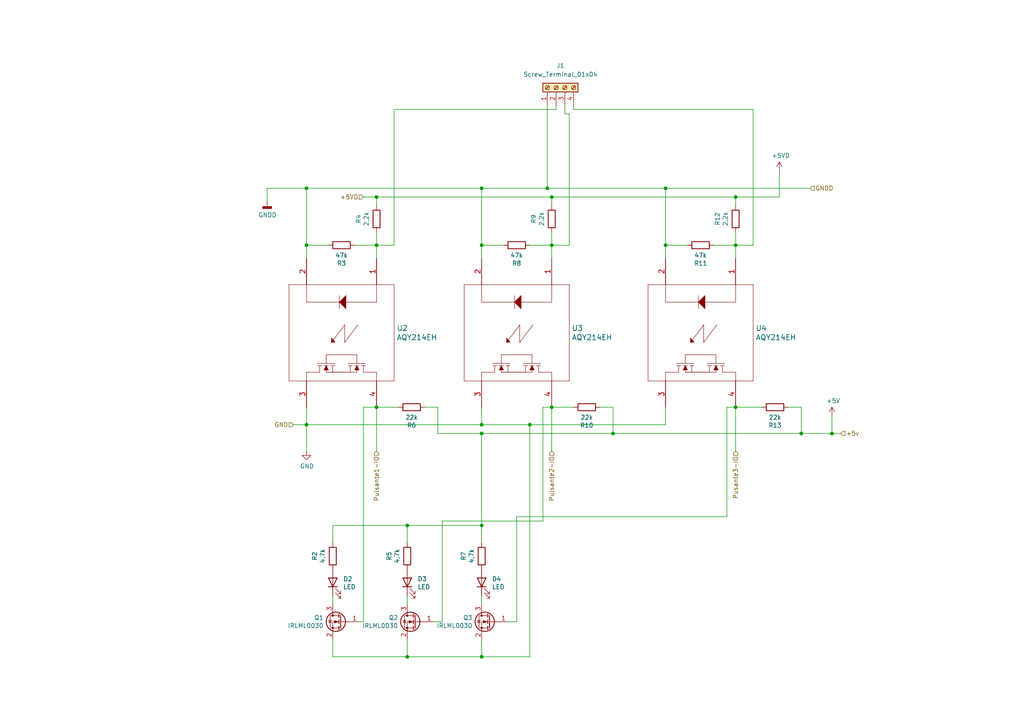
<source format=kicad_sch>
(kicad_sch (version 20211123) (generator eeschema)

  (uuid 88a17e56-466a-45e7-9047-7346a507f505)

  (paper "A4")

  (lib_symbols
    (symbol "AQY210EH:AQY214EH" (pin_names (offset -0.254) hide) (in_bom yes) (on_board yes)
      (property "Reference" "U" (id 0) (at 22.86 10.16 0)
        (effects (font (size 1.524 1.524)))
      )
      (property "Value" "AQY210EH_AQY214EH" (id 1) (at 22.86 7.62 0)
        (effects (font (size 1.524 1.524)))
      )
      (property "Footprint" "PAN_AQY21-DIP4_PAN" (id 2) (at 22.86 6.096 0)
        (effects (font (size 1.524 1.524)) hide)
      )
      (property "Datasheet" "" (id 3) (at 0 0 0)
        (effects (font (size 1.524 1.524)))
      )
      (property "ki_locked" "" (id 4) (at 0 0 0)
        (effects (font (size 1.27 1.27)))
      )
      (property "ki_fp_filters" "PAN_AQY21-DIP4_PAN" (id 5) (at 0 0 0)
        (effects (font (size 1.27 1.27)) hide)
      )
      (symbol "AQY214EH_1_1"
        (polyline
          (pts
            (xy 7.62 -25.4)
            (xy 35.56 -25.4)
          )
          (stroke (width 0.127) (type default) (color 0 0 0 0))
          (fill (type none))
        )
        (polyline
          (pts
            (xy 7.62 5.08)
            (xy 7.62 -25.4)
          )
          (stroke (width 0.127) (type default) (color 0 0 0 0))
          (fill (type none))
        )
        (polyline
          (pts
            (xy 10.795 -10.795)
            (xy 14.605 -10.795)
          )
          (stroke (width 0.127) (type default) (color 0 0 0 0))
          (fill (type none))
        )
        (polyline
          (pts
            (xy 12.7 -20.32)
            (xy 7.62 -20.32)
          )
          (stroke (width 0.127) (type default) (color 0 0 0 0))
          (fill (type none))
        )
        (polyline
          (pts
            (xy 12.7 0)
            (xy 7.62 0)
          )
          (stroke (width 0.127) (type default) (color 0 0 0 0))
          (fill (type none))
        )
        (polyline
          (pts
            (xy 12.7 0)
            (xy 12.7 -20.32)
          )
          (stroke (width 0.127) (type default) (color 0 0 0 0))
          (fill (type none))
        )
        (polyline
          (pts
            (xy 19.304 -9.271)
            (xy 23.876 -12.7)
          )
          (stroke (width 0.127) (type default) (color 0 0 0 0))
          (fill (type none))
        )
        (polyline
          (pts
            (xy 19.304 -5.461)
            (xy 24.384 -9.271)
          )
          (stroke (width 0.127) (type default) (color 0 0 0 0))
          (fill (type none))
        )
        (polyline
          (pts
            (xy 23.749 -9.271)
            (xy 19.304 -9.271)
          )
          (stroke (width 0.127) (type default) (color 0 0 0 0))
          (fill (type none))
        )
        (polyline
          (pts
            (xy 23.749 -9.271)
            (xy 24.384 -9.271)
          )
          (stroke (width 0.127) (type default) (color 0 0 0 0))
          (fill (type none))
        )
        (polyline
          (pts
            (xy 27.94 -14.605)
            (xy 30.48 -14.605)
          )
          (stroke (width 0.127) (type default) (color 0 0 0 0))
          (fill (type none))
        )
        (polyline
          (pts
            (xy 27.94 -5.715)
            (xy 27.94 -14.605)
          )
          (stroke (width 0.127) (type default) (color 0 0 0 0))
          (fill (type none))
        )
        (polyline
          (pts
            (xy 27.94 -5.715)
            (xy 30.48 -5.715)
          )
          (stroke (width 0.127) (type default) (color 0 0 0 0))
          (fill (type none))
        )
        (polyline
          (pts
            (xy 30.48 -12.065)
            (xy 30.48 -17.145)
          )
          (stroke (width 0.127) (type default) (color 0 0 0 0))
          (fill (type none))
        )
        (polyline
          (pts
            (xy 30.48 -3.175)
            (xy 30.48 -8.255)
          )
          (stroke (width 0.127) (type default) (color 0 0 0 0))
          (fill (type none))
        )
        (polyline
          (pts
            (xy 31.115 -16.51)
            (xy 33.02 -16.51)
          )
          (stroke (width 0.127) (type default) (color 0 0 0 0))
          (fill (type none))
        )
        (polyline
          (pts
            (xy 31.115 -15.875)
            (xy 31.115 -17.145)
          )
          (stroke (width 0.127) (type default) (color 0 0 0 0))
          (fill (type none))
        )
        (polyline
          (pts
            (xy 31.115 -14.605)
            (xy 33.02 -14.605)
          )
          (stroke (width 0.127) (type default) (color 0 0 0 0))
          (fill (type none))
        )
        (polyline
          (pts
            (xy 31.115 -13.97)
            (xy 31.115 -15.24)
          )
          (stroke (width 0.127) (type default) (color 0 0 0 0))
          (fill (type none))
        )
        (polyline
          (pts
            (xy 31.115 -13.335)
            (xy 31.115 -12.065)
          )
          (stroke (width 0.127) (type default) (color 0 0 0 0))
          (fill (type none))
        )
        (polyline
          (pts
            (xy 31.115 -12.7)
            (xy 33.02 -12.7)
          )
          (stroke (width 0.127) (type default) (color 0 0 0 0))
          (fill (type none))
        )
        (polyline
          (pts
            (xy 31.115 -7.62)
            (xy 33.02 -7.62)
          )
          (stroke (width 0.127) (type default) (color 0 0 0 0))
          (fill (type none))
        )
        (polyline
          (pts
            (xy 31.115 -6.985)
            (xy 31.115 -8.255)
          )
          (stroke (width 0.127) (type default) (color 0 0 0 0))
          (fill (type none))
        )
        (polyline
          (pts
            (xy 31.115 -6.35)
            (xy 31.115 -5.08)
          )
          (stroke (width 0.127) (type default) (color 0 0 0 0))
          (fill (type none))
        )
        (polyline
          (pts
            (xy 31.115 -5.715)
            (xy 33.02 -5.715)
          )
          (stroke (width 0.127) (type default) (color 0 0 0 0))
          (fill (type none))
        )
        (polyline
          (pts
            (xy 31.115 -4.445)
            (xy 31.115 -3.175)
          )
          (stroke (width 0.127) (type default) (color 0 0 0 0))
          (fill (type none))
        )
        (polyline
          (pts
            (xy 31.115 -3.81)
            (xy 33.02 -3.81)
          )
          (stroke (width 0.127) (type default) (color 0 0 0 0))
          (fill (type none))
        )
        (polyline
          (pts
            (xy 33.02 -20.32)
            (xy 35.56 -20.32)
          )
          (stroke (width 0.127) (type default) (color 0 0 0 0))
          (fill (type none))
        )
        (polyline
          (pts
            (xy 33.02 -16.51)
            (xy 33.02 -20.32)
          )
          (stroke (width 0.127) (type default) (color 0 0 0 0))
          (fill (type none))
        )
        (polyline
          (pts
            (xy 33.02 -14.605)
            (xy 33.02 -10.16)
          )
          (stroke (width 0.127) (type default) (color 0 0 0 0))
          (fill (type none))
        )
        (polyline
          (pts
            (xy 33.02 -10.16)
            (xy 33.02 -14.605)
          )
          (stroke (width 0.127) (type default) (color 0 0 0 0))
          (fill (type none))
        )
        (polyline
          (pts
            (xy 33.02 -10.16)
            (xy 33.02 -5.715)
          )
          (stroke (width 0.127) (type default) (color 0 0 0 0))
          (fill (type none))
        )
        (polyline
          (pts
            (xy 33.02 -7.62)
            (xy 33.02 -11.43)
          )
          (stroke (width 0.127) (type default) (color 0 0 0 0))
          (fill (type none))
        )
        (polyline
          (pts
            (xy 33.02 -3.81)
            (xy 33.02 0)
          )
          (stroke (width 0.127) (type default) (color 0 0 0 0))
          (fill (type none))
        )
        (polyline
          (pts
            (xy 33.02 0)
            (xy 35.56 0)
          )
          (stroke (width 0.127) (type default) (color 0 0 0 0))
          (fill (type none))
        )
        (polyline
          (pts
            (xy 35.56 -25.4)
            (xy 35.56 5.08)
          )
          (stroke (width 0.127) (type default) (color 0 0 0 0))
          (fill (type none))
        )
        (polyline
          (pts
            (xy 35.56 5.08)
            (xy 7.62 5.08)
          )
          (stroke (width 0.127) (type default) (color 0 0 0 0))
          (fill (type none))
        )
        (polyline
          (pts
            (xy 31.115 -14.605)
            (xy 32.385 -13.97)
            (xy 32.385 -15.24)
            (xy 31.115 -14.605)
          )
          (stroke (width 0) (type default) (color 0 0 0 0))
          (fill (type outline))
        )
        (polyline
          (pts
            (xy 31.115 -5.715)
            (xy 32.385 -6.35)
            (xy 32.385 -5.08)
            (xy 31.115 -5.715)
          )
          (stroke (width 0) (type default) (color 0 0 0 0))
          (fill (type outline))
        )
        (polyline
          (pts
            (xy 14.605 -8.89)
            (xy 10.795 -8.89)
            (xy 12.7 -10.795)
            (xy 14.605 -8.89)
            (xy 14.605 -8.89)
          )
          (stroke (width 0) (type default) (color 0 0 0 0))
          (fill (type outline))
        )
        (polyline
          (pts
            (xy 24.384 -13.081)
            (xy 23.114 -13.081)
            (xy 24.257 -12.065)
            (xy 24.384 -13.081)
            (xy 24.384 -13.081)
          )
          (stroke (width 0) (type default) (color 0 0 0 0))
          (fill (type outline))
        )
        (pin unspecified line (at 0 0 0) (length 7.62)
          (name "1" (effects (font (size 1.4986 1.4986))))
          (number "1" (effects (font (size 1.4986 1.4986))))
        )
        (pin unspecified line (at 0 -20.32 0) (length 7.62)
          (name "2" (effects (font (size 1.4986 1.4986))))
          (number "2" (effects (font (size 1.4986 1.4986))))
        )
        (pin unspecified line (at 43.18 -20.32 180) (length 7.62)
          (name "3" (effects (font (size 1.4986 1.4986))))
          (number "3" (effects (font (size 1.4986 1.4986))))
        )
        (pin unspecified line (at 43.18 0 180) (length 7.62)
          (name "4" (effects (font (size 1.4986 1.4986))))
          (number "4" (effects (font (size 1.4986 1.4986))))
        )
      )
    )
    (symbol "Connector:Screw_Terminal_01x04" (pin_names (offset 1.016) hide) (in_bom yes) (on_board yes)
      (property "Reference" "J" (id 0) (at 0 5.08 0)
        (effects (font (size 1.27 1.27)))
      )
      (property "Value" "Screw_Terminal_01x04" (id 1) (at 0 -7.62 0)
        (effects (font (size 1.27 1.27)))
      )
      (property "Footprint" "" (id 2) (at 0 0 0)
        (effects (font (size 1.27 1.27)) hide)
      )
      (property "Datasheet" "~" (id 3) (at 0 0 0)
        (effects (font (size 1.27 1.27)) hide)
      )
      (property "ki_keywords" "screw terminal" (id 4) (at 0 0 0)
        (effects (font (size 1.27 1.27)) hide)
      )
      (property "ki_description" "Generic screw terminal, single row, 01x04, script generated (kicad-library-utils/schlib/autogen/connector/)" (id 5) (at 0 0 0)
        (effects (font (size 1.27 1.27)) hide)
      )
      (property "ki_fp_filters" "TerminalBlock*:*" (id 6) (at 0 0 0)
        (effects (font (size 1.27 1.27)) hide)
      )
      (symbol "Screw_Terminal_01x04_1_1"
        (rectangle (start -1.27 3.81) (end 1.27 -6.35)
          (stroke (width 0.254) (type default) (color 0 0 0 0))
          (fill (type background))
        )
        (circle (center 0 -5.08) (radius 0.635)
          (stroke (width 0.1524) (type default) (color 0 0 0 0))
          (fill (type none))
        )
        (circle (center 0 -2.54) (radius 0.635)
          (stroke (width 0.1524) (type default) (color 0 0 0 0))
          (fill (type none))
        )
        (polyline
          (pts
            (xy -0.5334 -4.7498)
            (xy 0.3302 -5.588)
          )
          (stroke (width 0.1524) (type default) (color 0 0 0 0))
          (fill (type none))
        )
        (polyline
          (pts
            (xy -0.5334 -2.2098)
            (xy 0.3302 -3.048)
          )
          (stroke (width 0.1524) (type default) (color 0 0 0 0))
          (fill (type none))
        )
        (polyline
          (pts
            (xy -0.5334 0.3302)
            (xy 0.3302 -0.508)
          )
          (stroke (width 0.1524) (type default) (color 0 0 0 0))
          (fill (type none))
        )
        (polyline
          (pts
            (xy -0.5334 2.8702)
            (xy 0.3302 2.032)
          )
          (stroke (width 0.1524) (type default) (color 0 0 0 0))
          (fill (type none))
        )
        (polyline
          (pts
            (xy -0.3556 -4.572)
            (xy 0.508 -5.4102)
          )
          (stroke (width 0.1524) (type default) (color 0 0 0 0))
          (fill (type none))
        )
        (polyline
          (pts
            (xy -0.3556 -2.032)
            (xy 0.508 -2.8702)
          )
          (stroke (width 0.1524) (type default) (color 0 0 0 0))
          (fill (type none))
        )
        (polyline
          (pts
            (xy -0.3556 0.508)
            (xy 0.508 -0.3302)
          )
          (stroke (width 0.1524) (type default) (color 0 0 0 0))
          (fill (type none))
        )
        (polyline
          (pts
            (xy -0.3556 3.048)
            (xy 0.508 2.2098)
          )
          (stroke (width 0.1524) (type default) (color 0 0 0 0))
          (fill (type none))
        )
        (circle (center 0 0) (radius 0.635)
          (stroke (width 0.1524) (type default) (color 0 0 0 0))
          (fill (type none))
        )
        (circle (center 0 2.54) (radius 0.635)
          (stroke (width 0.1524) (type default) (color 0 0 0 0))
          (fill (type none))
        )
        (pin passive line (at -5.08 2.54 0) (length 3.81)
          (name "Pin_1" (effects (font (size 1.27 1.27))))
          (number "1" (effects (font (size 1.27 1.27))))
        )
        (pin passive line (at -5.08 0 0) (length 3.81)
          (name "Pin_2" (effects (font (size 1.27 1.27))))
          (number "2" (effects (font (size 1.27 1.27))))
        )
        (pin passive line (at -5.08 -2.54 0) (length 3.81)
          (name "Pin_3" (effects (font (size 1.27 1.27))))
          (number "3" (effects (font (size 1.27 1.27))))
        )
        (pin passive line (at -5.08 -5.08 0) (length 3.81)
          (name "Pin_4" (effects (font (size 1.27 1.27))))
          (number "4" (effects (font (size 1.27 1.27))))
        )
      )
    )
    (symbol "Device:LED" (pin_numbers hide) (pin_names (offset 1.016) hide) (in_bom yes) (on_board yes)
      (property "Reference" "D" (id 0) (at 0 2.54 0)
        (effects (font (size 1.27 1.27)))
      )
      (property "Value" "LED" (id 1) (at 0 -2.54 0)
        (effects (font (size 1.27 1.27)))
      )
      (property "Footprint" "" (id 2) (at 0 0 0)
        (effects (font (size 1.27 1.27)) hide)
      )
      (property "Datasheet" "~" (id 3) (at 0 0 0)
        (effects (font (size 1.27 1.27)) hide)
      )
      (property "ki_keywords" "LED diode" (id 4) (at 0 0 0)
        (effects (font (size 1.27 1.27)) hide)
      )
      (property "ki_description" "Light emitting diode" (id 5) (at 0 0 0)
        (effects (font (size 1.27 1.27)) hide)
      )
      (property "ki_fp_filters" "LED* LED_SMD:* LED_THT:*" (id 6) (at 0 0 0)
        (effects (font (size 1.27 1.27)) hide)
      )
      (symbol "LED_0_1"
        (polyline
          (pts
            (xy -1.27 -1.27)
            (xy -1.27 1.27)
          )
          (stroke (width 0.254) (type default) (color 0 0 0 0))
          (fill (type none))
        )
        (polyline
          (pts
            (xy -1.27 0)
            (xy 1.27 0)
          )
          (stroke (width 0) (type default) (color 0 0 0 0))
          (fill (type none))
        )
        (polyline
          (pts
            (xy 1.27 -1.27)
            (xy 1.27 1.27)
            (xy -1.27 0)
            (xy 1.27 -1.27)
          )
          (stroke (width 0.254) (type default) (color 0 0 0 0))
          (fill (type none))
        )
        (polyline
          (pts
            (xy -3.048 -0.762)
            (xy -4.572 -2.286)
            (xy -3.81 -2.286)
            (xy -4.572 -2.286)
            (xy -4.572 -1.524)
          )
          (stroke (width 0) (type default) (color 0 0 0 0))
          (fill (type none))
        )
        (polyline
          (pts
            (xy -1.778 -0.762)
            (xy -3.302 -2.286)
            (xy -2.54 -2.286)
            (xy -3.302 -2.286)
            (xy -3.302 -1.524)
          )
          (stroke (width 0) (type default) (color 0 0 0 0))
          (fill (type none))
        )
      )
      (symbol "LED_1_1"
        (pin passive line (at -3.81 0 0) (length 2.54)
          (name "K" (effects (font (size 1.27 1.27))))
          (number "1" (effects (font (size 1.27 1.27))))
        )
        (pin passive line (at 3.81 0 180) (length 2.54)
          (name "A" (effects (font (size 1.27 1.27))))
          (number "2" (effects (font (size 1.27 1.27))))
        )
      )
    )
    (symbol "Device:R" (pin_numbers hide) (pin_names (offset 0)) (in_bom yes) (on_board yes)
      (property "Reference" "R" (id 0) (at 2.032 0 90)
        (effects (font (size 1.27 1.27)))
      )
      (property "Value" "R" (id 1) (at 0 0 90)
        (effects (font (size 1.27 1.27)))
      )
      (property "Footprint" "" (id 2) (at -1.778 0 90)
        (effects (font (size 1.27 1.27)) hide)
      )
      (property "Datasheet" "~" (id 3) (at 0 0 0)
        (effects (font (size 1.27 1.27)) hide)
      )
      (property "ki_keywords" "R res resistor" (id 4) (at 0 0 0)
        (effects (font (size 1.27 1.27)) hide)
      )
      (property "ki_description" "Resistor" (id 5) (at 0 0 0)
        (effects (font (size 1.27 1.27)) hide)
      )
      (property "ki_fp_filters" "R_*" (id 6) (at 0 0 0)
        (effects (font (size 1.27 1.27)) hide)
      )
      (symbol "R_0_1"
        (rectangle (start -1.016 -2.54) (end 1.016 2.54)
          (stroke (width 0.254) (type default) (color 0 0 0 0))
          (fill (type none))
        )
      )
      (symbol "R_1_1"
        (pin passive line (at 0 3.81 270) (length 1.27)
          (name "~" (effects (font (size 1.27 1.27))))
          (number "1" (effects (font (size 1.27 1.27))))
        )
        (pin passive line (at 0 -3.81 90) (length 1.27)
          (name "~" (effects (font (size 1.27 1.27))))
          (number "2" (effects (font (size 1.27 1.27))))
        )
      )
    )
    (symbol "Transistor_FET:IRLML0030" (pin_names hide) (in_bom yes) (on_board yes)
      (property "Reference" "Q" (id 0) (at 5.08 1.905 0)
        (effects (font (size 1.27 1.27)) (justify left))
      )
      (property "Value" "IRLML0030" (id 1) (at 5.08 0 0)
        (effects (font (size 1.27 1.27)) (justify left))
      )
      (property "Footprint" "Package_TO_SOT_SMD:SOT-23" (id 2) (at 5.08 -1.905 0)
        (effects (font (size 1.27 1.27) italic) (justify left) hide)
      )
      (property "Datasheet" "https://www.infineon.com/dgdl/irlml0030pbf.pdf?fileId=5546d462533600a401535664773825df" (id 3) (at 0 0 0)
        (effects (font (size 1.27 1.27)) (justify left) hide)
      )
      (property "ki_keywords" "N-Channel HEXFET MOSFET Logic-Level" (id 4) (at 0 0 0)
        (effects (font (size 1.27 1.27)) hide)
      )
      (property "ki_description" "5.3A Id, 30V Vds, 27mOhm Rds, N-Channel HEXFET Power MOSFET, SOT-23" (id 5) (at 0 0 0)
        (effects (font (size 1.27 1.27)) hide)
      )
      (property "ki_fp_filters" "SOT?23*" (id 6) (at 0 0 0)
        (effects (font (size 1.27 1.27)) hide)
      )
      (symbol "IRLML0030_0_1"
        (polyline
          (pts
            (xy 0.254 0)
            (xy -2.54 0)
          )
          (stroke (width 0) (type default) (color 0 0 0 0))
          (fill (type none))
        )
        (polyline
          (pts
            (xy 0.254 1.905)
            (xy 0.254 -1.905)
          )
          (stroke (width 0.254) (type default) (color 0 0 0 0))
          (fill (type none))
        )
        (polyline
          (pts
            (xy 0.762 -1.27)
            (xy 0.762 -2.286)
          )
          (stroke (width 0.254) (type default) (color 0 0 0 0))
          (fill (type none))
        )
        (polyline
          (pts
            (xy 0.762 0.508)
            (xy 0.762 -0.508)
          )
          (stroke (width 0.254) (type default) (color 0 0 0 0))
          (fill (type none))
        )
        (polyline
          (pts
            (xy 0.762 2.286)
            (xy 0.762 1.27)
          )
          (stroke (width 0.254) (type default) (color 0 0 0 0))
          (fill (type none))
        )
        (polyline
          (pts
            (xy 2.54 2.54)
            (xy 2.54 1.778)
          )
          (stroke (width 0) (type default) (color 0 0 0 0))
          (fill (type none))
        )
        (polyline
          (pts
            (xy 2.54 -2.54)
            (xy 2.54 0)
            (xy 0.762 0)
          )
          (stroke (width 0) (type default) (color 0 0 0 0))
          (fill (type none))
        )
        (polyline
          (pts
            (xy 0.762 -1.778)
            (xy 3.302 -1.778)
            (xy 3.302 1.778)
            (xy 0.762 1.778)
          )
          (stroke (width 0) (type default) (color 0 0 0 0))
          (fill (type none))
        )
        (polyline
          (pts
            (xy 1.016 0)
            (xy 2.032 0.381)
            (xy 2.032 -0.381)
            (xy 1.016 0)
          )
          (stroke (width 0) (type default) (color 0 0 0 0))
          (fill (type outline))
        )
        (polyline
          (pts
            (xy 2.794 0.508)
            (xy 2.921 0.381)
            (xy 3.683 0.381)
            (xy 3.81 0.254)
          )
          (stroke (width 0) (type default) (color 0 0 0 0))
          (fill (type none))
        )
        (polyline
          (pts
            (xy 3.302 0.381)
            (xy 2.921 -0.254)
            (xy 3.683 -0.254)
            (xy 3.302 0.381)
          )
          (stroke (width 0) (type default) (color 0 0 0 0))
          (fill (type none))
        )
        (circle (center 1.651 0) (radius 2.794)
          (stroke (width 0.254) (type default) (color 0 0 0 0))
          (fill (type none))
        )
        (circle (center 2.54 -1.778) (radius 0.254)
          (stroke (width 0) (type default) (color 0 0 0 0))
          (fill (type outline))
        )
        (circle (center 2.54 1.778) (radius 0.254)
          (stroke (width 0) (type default) (color 0 0 0 0))
          (fill (type outline))
        )
      )
      (symbol "IRLML0030_1_1"
        (pin input line (at -5.08 0 0) (length 2.54)
          (name "G" (effects (font (size 1.27 1.27))))
          (number "1" (effects (font (size 1.27 1.27))))
        )
        (pin passive line (at 2.54 -5.08 90) (length 2.54)
          (name "S" (effects (font (size 1.27 1.27))))
          (number "2" (effects (font (size 1.27 1.27))))
        )
        (pin passive line (at 2.54 5.08 270) (length 2.54)
          (name "D" (effects (font (size 1.27 1.27))))
          (number "3" (effects (font (size 1.27 1.27))))
        )
      )
    )
    (symbol "power:+5V" (power) (pin_names (offset 0)) (in_bom yes) (on_board yes)
      (property "Reference" "#PWR" (id 0) (at 0 -3.81 0)
        (effects (font (size 1.27 1.27)) hide)
      )
      (property "Value" "+5V" (id 1) (at 0 3.556 0)
        (effects (font (size 1.27 1.27)))
      )
      (property "Footprint" "" (id 2) (at 0 0 0)
        (effects (font (size 1.27 1.27)) hide)
      )
      (property "Datasheet" "" (id 3) (at 0 0 0)
        (effects (font (size 1.27 1.27)) hide)
      )
      (property "ki_keywords" "power-flag" (id 4) (at 0 0 0)
        (effects (font (size 1.27 1.27)) hide)
      )
      (property "ki_description" "Power symbol creates a global label with name \"+5V\"" (id 5) (at 0 0 0)
        (effects (font (size 1.27 1.27)) hide)
      )
      (symbol "+5V_0_1"
        (polyline
          (pts
            (xy -0.762 1.27)
            (xy 0 2.54)
          )
          (stroke (width 0) (type default) (color 0 0 0 0))
          (fill (type none))
        )
        (polyline
          (pts
            (xy 0 0)
            (xy 0 2.54)
          )
          (stroke (width 0) (type default) (color 0 0 0 0))
          (fill (type none))
        )
        (polyline
          (pts
            (xy 0 2.54)
            (xy 0.762 1.27)
          )
          (stroke (width 0) (type default) (color 0 0 0 0))
          (fill (type none))
        )
      )
      (symbol "+5V_1_1"
        (pin power_in line (at 0 0 90) (length 0) hide
          (name "+5V" (effects (font (size 1.27 1.27))))
          (number "1" (effects (font (size 1.27 1.27))))
        )
      )
    )
    (symbol "power:+5VD" (power) (pin_names (offset 0)) (in_bom yes) (on_board yes)
      (property "Reference" "#PWR" (id 0) (at 0 -3.81 0)
        (effects (font (size 1.27 1.27)) hide)
      )
      (property "Value" "+5VD" (id 1) (at 0 3.556 0)
        (effects (font (size 1.27 1.27)))
      )
      (property "Footprint" "" (id 2) (at 0 0 0)
        (effects (font (size 1.27 1.27)) hide)
      )
      (property "Datasheet" "" (id 3) (at 0 0 0)
        (effects (font (size 1.27 1.27)) hide)
      )
      (property "ki_keywords" "power-flag" (id 4) (at 0 0 0)
        (effects (font (size 1.27 1.27)) hide)
      )
      (property "ki_description" "Power symbol creates a global label with name \"+5VD\"" (id 5) (at 0 0 0)
        (effects (font (size 1.27 1.27)) hide)
      )
      (symbol "+5VD_0_1"
        (polyline
          (pts
            (xy -0.762 1.27)
            (xy 0 2.54)
          )
          (stroke (width 0) (type default) (color 0 0 0 0))
          (fill (type none))
        )
        (polyline
          (pts
            (xy 0 0)
            (xy 0 2.54)
          )
          (stroke (width 0) (type default) (color 0 0 0 0))
          (fill (type none))
        )
        (polyline
          (pts
            (xy 0 2.54)
            (xy 0.762 1.27)
          )
          (stroke (width 0) (type default) (color 0 0 0 0))
          (fill (type none))
        )
      )
      (symbol "+5VD_1_1"
        (pin power_in line (at 0 0 90) (length 0) hide
          (name "+5VD" (effects (font (size 1.27 1.27))))
          (number "1" (effects (font (size 1.27 1.27))))
        )
      )
    )
    (symbol "power:GND" (power) (pin_names (offset 0)) (in_bom yes) (on_board yes)
      (property "Reference" "#PWR" (id 0) (at 0 -6.35 0)
        (effects (font (size 1.27 1.27)) hide)
      )
      (property "Value" "GND" (id 1) (at 0 -3.81 0)
        (effects (font (size 1.27 1.27)))
      )
      (property "Footprint" "" (id 2) (at 0 0 0)
        (effects (font (size 1.27 1.27)) hide)
      )
      (property "Datasheet" "" (id 3) (at 0 0 0)
        (effects (font (size 1.27 1.27)) hide)
      )
      (property "ki_keywords" "power-flag" (id 4) (at 0 0 0)
        (effects (font (size 1.27 1.27)) hide)
      )
      (property "ki_description" "Power symbol creates a global label with name \"GND\" , ground" (id 5) (at 0 0 0)
        (effects (font (size 1.27 1.27)) hide)
      )
      (symbol "GND_0_1"
        (polyline
          (pts
            (xy 0 0)
            (xy 0 -1.27)
            (xy 1.27 -1.27)
            (xy 0 -2.54)
            (xy -1.27 -1.27)
            (xy 0 -1.27)
          )
          (stroke (width 0) (type default) (color 0 0 0 0))
          (fill (type none))
        )
      )
      (symbol "GND_1_1"
        (pin power_in line (at 0 0 270) (length 0) hide
          (name "GND" (effects (font (size 1.27 1.27))))
          (number "1" (effects (font (size 1.27 1.27))))
        )
      )
    )
    (symbol "power:GNDD" (power) (pin_names (offset 0)) (in_bom yes) (on_board yes)
      (property "Reference" "#PWR" (id 0) (at 0 -6.35 0)
        (effects (font (size 1.27 1.27)) hide)
      )
      (property "Value" "GNDD" (id 1) (at 0 -3.175 0)
        (effects (font (size 1.27 1.27)))
      )
      (property "Footprint" "" (id 2) (at 0 0 0)
        (effects (font (size 1.27 1.27)) hide)
      )
      (property "Datasheet" "" (id 3) (at 0 0 0)
        (effects (font (size 1.27 1.27)) hide)
      )
      (property "ki_keywords" "power-flag" (id 4) (at 0 0 0)
        (effects (font (size 1.27 1.27)) hide)
      )
      (property "ki_description" "Power symbol creates a global label with name \"GNDD\" , digital ground" (id 5) (at 0 0 0)
        (effects (font (size 1.27 1.27)) hide)
      )
      (symbol "GNDD_0_1"
        (rectangle (start -1.27 -1.524) (end 1.27 -2.032)
          (stroke (width 0.254) (type default) (color 0 0 0 0))
          (fill (type outline))
        )
        (polyline
          (pts
            (xy 0 0)
            (xy 0 -1.524)
          )
          (stroke (width 0) (type default) (color 0 0 0 0))
          (fill (type none))
        )
      )
      (symbol "GNDD_1_1"
        (pin power_in line (at 0 0 270) (length 0) hide
          (name "GNDD" (effects (font (size 1.27 1.27))))
          (number "1" (effects (font (size 1.27 1.27))))
        )
      )
    )
  )

  (junction (at 232.41 125.73) (diameter 0) (color 0 0 0 0)
    (uuid 0938c137-668b-4d2f-b92b-cadb1df72bdb)
  )
  (junction (at 213.36 57.15) (diameter 0) (color 0 0 0 0)
    (uuid 18cf1537-83e6-4374-a277-6e3e21479ab0)
  )
  (junction (at 160.02 71.12) (diameter 0) (color 0 0 0 0)
    (uuid 2295a793-dfca-4b86-a3e5-abf1834e2790)
  )
  (junction (at 177.8 125.73) (diameter 0) (color 0 0 0 0)
    (uuid 2522909e-6f5c-4f36-9c3a-869dca14e50f)
  )
  (junction (at 139.7 152.4) (diameter 0) (color 0 0 0 0)
    (uuid 2e6b1f7e-e4c3-43a1-ae90-c85aa40696d5)
  )
  (junction (at 153.67 123.19) (diameter 0) (color 0 0 0 0)
    (uuid 2ec9be40-1d5a-4e2d-8a4d-4be2d3c079d5)
  )
  (junction (at 213.36 71.12) (diameter 0) (color 0 0 0 0)
    (uuid 300aa512-2f66-4c26-a530-50c091b3a099)
  )
  (junction (at 139.7 125.73) (diameter 0) (color 0 0 0 0)
    (uuid 36696ac6-2db1-4b52-ae3d-9f3c89d2042f)
  )
  (junction (at 139.7 190.5) (diameter 0) (color 0 0 0 0)
    (uuid 4b982f8b-ca29-4ebf-88fc-8a50b24e0802)
  )
  (junction (at 88.9 71.12) (diameter 0) (color 0 0 0 0)
    (uuid 5a397f61-35c4-4c18-9dcd-73a2d44cc9af)
  )
  (junction (at 88.9 54.61) (diameter 0) (color 0 0 0 0)
    (uuid 64d1d0fe-4fd6-4a55-8314-56a651e1ccab)
  )
  (junction (at 193.04 54.61) (diameter 0) (color 0 0 0 0)
    (uuid 70abf340-8b3e-403e-a5e2-d8f35caa2f87)
  )
  (junction (at 160.02 57.15) (diameter 0) (color 0 0 0 0)
    (uuid 725579dd-9ec6-473d-8843-6a11e99f108c)
  )
  (junction (at 160.02 118.11) (diameter 0) (color 0 0 0 0)
    (uuid 81b95d0d-8967-4ed1-8d40-39925d015ae8)
  )
  (junction (at 88.9 123.19) (diameter 0) (color 0 0 0 0)
    (uuid 832b5a8c-7fe2-47ff-beee-cebf840750bb)
  )
  (junction (at 139.7 71.12) (diameter 0) (color 0 0 0 0)
    (uuid 91c82043-0b26-427f-b23c-6094224ddfc2)
  )
  (junction (at 158.75 54.61) (diameter 0) (color 0 0 0 0)
    (uuid 955b2d89-4660-45c6-8838-0fee5578c004)
  )
  (junction (at 193.04 71.12) (diameter 0) (color 0 0 0 0)
    (uuid a323243c-4cab-4689-aa04-1e663cf86177)
  )
  (junction (at 139.7 123.19) (diameter 0) (color 0 0 0 0)
    (uuid b55dabdc-b790-4740-9349-75159cff975a)
  )
  (junction (at 118.11 152.4) (diameter 0) (color 0 0 0 0)
    (uuid b853d9ac-7829-468f-99ac-dc9996502e94)
  )
  (junction (at 118.11 190.5) (diameter 0) (color 0 0 0 0)
    (uuid be030c62-e776-405f-97d8-4a4c1aa2e428)
  )
  (junction (at 139.7 54.61) (diameter 0) (color 0 0 0 0)
    (uuid c9badf80-21f8-404a-b5df-18e98bffebf9)
  )
  (junction (at 109.22 71.12) (diameter 0) (color 0 0 0 0)
    (uuid cdfb661b-489b-4b76-99f4-62b92bb1ab18)
  )
  (junction (at 241.3 125.73) (diameter 0) (color 0 0 0 0)
    (uuid dc628a9d-67e8-4a03-b99f-8cc7a42af6ef)
  )
  (junction (at 109.22 57.15) (diameter 0) (color 0 0 0 0)
    (uuid f6dcb5b4-0971-448a-b9ab-6db37a750704)
  )
  (junction (at 109.22 118.11) (diameter 0) (color 0 0 0 0)
    (uuid fd4dd248-3e78-4985-a4fc-58bc05b74cbf)
  )
  (junction (at 213.36 118.11) (diameter 0) (color 0 0 0 0)
    (uuid fdc57161-f7f8-4584-b0ec-8c1aa24339c6)
  )

  (wire (pts (xy 127 125.73) (xy 139.7 125.73))
    (stroke (width 0) (type default) (color 0 0 0 0))
    (uuid 003974b6-cb8f-491b-a226-fc7891eb9a62)
  )
  (wire (pts (xy 139.7 123.19) (xy 153.67 123.19))
    (stroke (width 0) (type default) (color 0 0 0 0))
    (uuid 004b7456-c25a-480f-88f6-723c1bcd9939)
  )
  (wire (pts (xy 139.7 152.4) (xy 139.7 125.73))
    (stroke (width 0) (type default) (color 0 0 0 0))
    (uuid 042fe62b-53aa-4e86-97d0-9ccb1e16a895)
  )
  (wire (pts (xy 109.22 118.11) (xy 105.41 118.11))
    (stroke (width 0) (type default) (color 0 0 0 0))
    (uuid 046ca2d8-3ca1-4c64-8090-c45e9adcf30e)
  )
  (wire (pts (xy 193.04 71.12) (xy 193.04 54.61))
    (stroke (width 0) (type default) (color 0 0 0 0))
    (uuid 09c6ca89-863f-42d4-867e-9a769c316610)
  )
  (wire (pts (xy 88.9 71.12) (xy 88.9 54.61))
    (stroke (width 0) (type default) (color 0 0 0 0))
    (uuid 0a8dfc5c-35dc-4e44-a2bf-5968ebf90cca)
  )
  (wire (pts (xy 118.11 185.42) (xy 118.11 190.5))
    (stroke (width 0) (type default) (color 0 0 0 0))
    (uuid 0cc094e7-c1c0-457d-bd94-3db91c23be55)
  )
  (wire (pts (xy 213.36 71.12) (xy 213.36 67.31))
    (stroke (width 0) (type default) (color 0 0 0 0))
    (uuid 0e592cd4-1950-44ef-9727-8e526f4c4e12)
  )
  (wire (pts (xy 210.82 149.86) (xy 149.86 149.86))
    (stroke (width 0) (type default) (color 0 0 0 0))
    (uuid 0f62e92c-dce6-45dc-a560-b9db10f66ff3)
  )
  (wire (pts (xy 199.39 71.12) (xy 193.04 71.12))
    (stroke (width 0) (type default) (color 0 0 0 0))
    (uuid 11c7c8d4-4c4b-4330-bb59-1eec2e98b255)
  )
  (wire (pts (xy 123.19 118.11) (xy 127 118.11))
    (stroke (width 0) (type default) (color 0 0 0 0))
    (uuid 122b5574-57fe-4d2d-80bf-3cabd28e7128)
  )
  (wire (pts (xy 241.3 125.73) (xy 241.3 120.65))
    (stroke (width 0) (type default) (color 0 0 0 0))
    (uuid 1b98de85-f9de-4825-baf2-c96991615275)
  )
  (wire (pts (xy 158.75 30.48) (xy 158.75 54.61))
    (stroke (width 0) (type default) (color 0 0 0 0))
    (uuid 1f4fc4e2-3918-4d24-984a-e47424b456f7)
  )
  (wire (pts (xy 161.29 31.75) (xy 114.3 31.75))
    (stroke (width 0) (type default) (color 0 0 0 0))
    (uuid 21546b6f-dc4e-4226-8444-aeb2dfbe3dc9)
  )
  (wire (pts (xy 139.7 54.61) (xy 158.75 54.61))
    (stroke (width 0) (type default) (color 0 0 0 0))
    (uuid 28b01cd2-da3a-46ec-8825-b0f31a0b8987)
  )
  (wire (pts (xy 166.37 31.75) (xy 218.44 31.75))
    (stroke (width 0) (type default) (color 0 0 0 0))
    (uuid 291567fd-156f-481a-900e-a9fd97169548)
  )
  (wire (pts (xy 128.27 180.34) (xy 125.73 180.34))
    (stroke (width 0) (type default) (color 0 0 0 0))
    (uuid 2938bf2d-2d32-4cb0-9d4d-563ea28ffffa)
  )
  (wire (pts (xy 88.9 123.19) (xy 85.09 123.19))
    (stroke (width 0) (type default) (color 0 0 0 0))
    (uuid 2c488362-c230-4f6d-82f9-a229b1171a23)
  )
  (wire (pts (xy 213.36 71.12) (xy 218.44 71.12))
    (stroke (width 0) (type default) (color 0 0 0 0))
    (uuid 2d16cb66-2809-411d-912c-d3db0f48bd04)
  )
  (wire (pts (xy 226.06 49.53) (xy 226.06 57.15))
    (stroke (width 0) (type default) (color 0 0 0 0))
    (uuid 3198b8ca-7d11-4e0c-89a4-c173f9fcf724)
  )
  (wire (pts (xy 96.52 185.42) (xy 96.52 190.5))
    (stroke (width 0) (type default) (color 0 0 0 0))
    (uuid 341dde39-440e-4d05-8def-6a5cecefd88c)
  )
  (wire (pts (xy 193.04 71.12) (xy 193.04 74.93))
    (stroke (width 0) (type default) (color 0 0 0 0))
    (uuid 34ddb753-e57c-4ca8-a67b-d7cdf62cae93)
  )
  (wire (pts (xy 153.67 123.19) (xy 193.04 123.19))
    (stroke (width 0) (type default) (color 0 0 0 0))
    (uuid 35343f32-90ff-4059-a108-111fb444c3d2)
  )
  (wire (pts (xy 109.22 74.93) (xy 109.22 71.12))
    (stroke (width 0) (type default) (color 0 0 0 0))
    (uuid 3656bb3f-f8a4-4f3a-8e9a-ec6203c87a56)
  )
  (wire (pts (xy 177.8 118.11) (xy 177.8 125.73))
    (stroke (width 0) (type default) (color 0 0 0 0))
    (uuid 3a45fb3b-7899-44f2-a78a-f676359df67b)
  )
  (wire (pts (xy 88.9 123.19) (xy 139.7 123.19))
    (stroke (width 0) (type default) (color 0 0 0 0))
    (uuid 3b6dda98-f455-4961-854e-3c4cceecffcc)
  )
  (wire (pts (xy 193.04 123.19) (xy 193.04 118.11))
    (stroke (width 0) (type default) (color 0 0 0 0))
    (uuid 42f10020-b50a-4739-a546-6b63e441c980)
  )
  (wire (pts (xy 139.7 125.73) (xy 177.8 125.73))
    (stroke (width 0) (type default) (color 0 0 0 0))
    (uuid 460147d8-e4b6-4910-88e9-07d1ddd6c2df)
  )
  (wire (pts (xy 160.02 67.31) (xy 160.02 71.12))
    (stroke (width 0) (type default) (color 0 0 0 0))
    (uuid 46491a9d-8b3d-4c74-b09a-70c876f162e5)
  )
  (wire (pts (xy 163.83 30.48) (xy 163.83 33.02))
    (stroke (width 0) (type default) (color 0 0 0 0))
    (uuid 47123fe9-2d0b-45dc-b99b-0b32633e8ffb)
  )
  (wire (pts (xy 109.22 59.69) (xy 109.22 57.15))
    (stroke (width 0) (type default) (color 0 0 0 0))
    (uuid 4b471778-f61d-4b9d-a507-3d4f82ec4b7c)
  )
  (wire (pts (xy 158.75 54.61) (xy 193.04 54.61))
    (stroke (width 0) (type default) (color 0 0 0 0))
    (uuid 4c287670-7eef-429f-9416-84a0c6a33ace)
  )
  (wire (pts (xy 161.29 30.48) (xy 161.29 31.75))
    (stroke (width 0) (type default) (color 0 0 0 0))
    (uuid 4cdee45f-2634-4cbf-b5c5-fbcc97ed3bc7)
  )
  (wire (pts (xy 102.87 71.12) (xy 109.22 71.12))
    (stroke (width 0) (type default) (color 0 0 0 0))
    (uuid 4d967454-338c-4b89-8534-9457e15bf2f2)
  )
  (wire (pts (xy 109.22 118.11) (xy 115.57 118.11))
    (stroke (width 0) (type default) (color 0 0 0 0))
    (uuid 4f4bd227-fa4c-47f4-ad05-ee16ad4c58c2)
  )
  (wire (pts (xy 210.82 118.11) (xy 210.82 149.86))
    (stroke (width 0) (type default) (color 0 0 0 0))
    (uuid 53fda1fb-12bd-4536-80e1-aab5c0e3fc58)
  )
  (wire (pts (xy 213.36 118.11) (xy 213.36 130.81))
    (stroke (width 0) (type default) (color 0 0 0 0))
    (uuid 5698a460-6e24-4857-84d8-4a43acd2325d)
  )
  (wire (pts (xy 213.36 74.93) (xy 213.36 71.12))
    (stroke (width 0) (type default) (color 0 0 0 0))
    (uuid 5bbde4f9-fcdb-4d27-a2d6-3847fcdd87ba)
  )
  (wire (pts (xy 163.83 33.02) (xy 165.1 33.02))
    (stroke (width 0) (type default) (color 0 0 0 0))
    (uuid 5ca93b10-723e-48af-9a1e-5a3f70f2dbf1)
  )
  (wire (pts (xy 95.25 71.12) (xy 88.9 71.12))
    (stroke (width 0) (type default) (color 0 0 0 0))
    (uuid 5cff09b0-b3d4-41a7-a6a4-7f917b40eda9)
  )
  (wire (pts (xy 118.11 152.4) (xy 139.7 152.4))
    (stroke (width 0) (type default) (color 0 0 0 0))
    (uuid 5dbda758-e74b-4ccf-ad68-495d537d68ba)
  )
  (wire (pts (xy 165.1 33.02) (xy 165.1 71.12))
    (stroke (width 0) (type default) (color 0 0 0 0))
    (uuid 5fe7a4eb-9f04-4df6-a1fa-36c071e280d7)
  )
  (wire (pts (xy 109.22 71.12) (xy 114.3 71.12))
    (stroke (width 0) (type default) (color 0 0 0 0))
    (uuid 64256223-cf3b-4a78-97d3-f1dca769968f)
  )
  (wire (pts (xy 139.7 190.5) (xy 139.7 185.42))
    (stroke (width 0) (type default) (color 0 0 0 0))
    (uuid 680c3e83-f590-4924-85a1-36d51b076683)
  )
  (wire (pts (xy 96.52 152.4) (xy 118.11 152.4))
    (stroke (width 0) (type default) (color 0 0 0 0))
    (uuid 6e77d4d6-0239-4c20-98f8-23ae4f71d638)
  )
  (wire (pts (xy 160.02 57.15) (xy 213.36 57.15))
    (stroke (width 0) (type default) (color 0 0 0 0))
    (uuid 6ea0f2f7-b064-4b8f-bd17-48195d1c83d1)
  )
  (wire (pts (xy 149.86 180.34) (xy 147.32 180.34))
    (stroke (width 0) (type default) (color 0 0 0 0))
    (uuid 6fd21292-6577-40e1-bbda-18906b5e9f6f)
  )
  (wire (pts (xy 88.9 74.93) (xy 88.9 71.12))
    (stroke (width 0) (type default) (color 0 0 0 0))
    (uuid 70cda344-73be-4466-a097-1fd56f3b19e2)
  )
  (wire (pts (xy 241.3 125.73) (xy 243.84 125.73))
    (stroke (width 0) (type default) (color 0 0 0 0))
    (uuid 74096bdc-b668-408c-af3a-b048c20bd605)
  )
  (wire (pts (xy 218.44 31.75) (xy 218.44 71.12))
    (stroke (width 0) (type default) (color 0 0 0 0))
    (uuid 7806469b-c133-4e19-b2d5-f2b690b4b2f3)
  )
  (wire (pts (xy 153.67 190.5) (xy 139.7 190.5))
    (stroke (width 0) (type default) (color 0 0 0 0))
    (uuid 7b75907b-b2ae-4362-89fa-d520339aaa5c)
  )
  (wire (pts (xy 232.41 125.73) (xy 232.41 118.11))
    (stroke (width 0) (type default) (color 0 0 0 0))
    (uuid 7c0866b5-b180-4be6-9e62-43f5b191d6d4)
  )
  (wire (pts (xy 160.02 59.69) (xy 160.02 57.15))
    (stroke (width 0) (type default) (color 0 0 0 0))
    (uuid 80f8c1b4-10dd-40fe-b7f7-67988bc3ad81)
  )
  (wire (pts (xy 177.8 125.73) (xy 232.41 125.73))
    (stroke (width 0) (type default) (color 0 0 0 0))
    (uuid 8220ba36-5fda-4461-95e2-49a5bc0c76af)
  )
  (wire (pts (xy 160.02 118.11) (xy 160.02 130.81))
    (stroke (width 0) (type default) (color 0 0 0 0))
    (uuid 83a363ef-2850-4113-853b-2966af02d72d)
  )
  (wire (pts (xy 139.7 71.12) (xy 139.7 54.61))
    (stroke (width 0) (type default) (color 0 0 0 0))
    (uuid 8615dae0-65cf-4932-8e6f-9a0f32429a5e)
  )
  (wire (pts (xy 160.02 118.11) (xy 157.48 118.11))
    (stroke (width 0) (type default) (color 0 0 0 0))
    (uuid 87a0ffb1-5477-4b20-a3ac-fef5af129a33)
  )
  (wire (pts (xy 213.36 59.69) (xy 213.36 57.15))
    (stroke (width 0) (type default) (color 0 0 0 0))
    (uuid 883105b0-f6a6-466b-ba58-a2fcc1f18e4b)
  )
  (wire (pts (xy 128.27 151.13) (xy 128.27 180.34))
    (stroke (width 0) (type default) (color 0 0 0 0))
    (uuid 89bd1fdd-6a91-474e-8495-7a2ba7eb6260)
  )
  (wire (pts (xy 157.48 151.13) (xy 128.27 151.13))
    (stroke (width 0) (type default) (color 0 0 0 0))
    (uuid 8b022692-69b7-4bd6-bf38-57edecf356fa)
  )
  (wire (pts (xy 193.04 54.61) (xy 234.95 54.61))
    (stroke (width 0) (type default) (color 0 0 0 0))
    (uuid 90fa0465-7fe5-474b-8e7c-9f955c02a0f6)
  )
  (wire (pts (xy 213.36 118.11) (xy 210.82 118.11))
    (stroke (width 0) (type default) (color 0 0 0 0))
    (uuid 929c74c0-78bf-4efe-a778-fa328e951865)
  )
  (wire (pts (xy 139.7 152.4) (xy 139.7 157.48))
    (stroke (width 0) (type default) (color 0 0 0 0))
    (uuid 9666bb6a-0c1d-4c92-be6d-94a465ec5c51)
  )
  (wire (pts (xy 146.05 71.12) (xy 139.7 71.12))
    (stroke (width 0) (type default) (color 0 0 0 0))
    (uuid 97e5f992-979e-4291-bd9a-a77c3fd4b1b5)
  )
  (wire (pts (xy 118.11 190.5) (xy 139.7 190.5))
    (stroke (width 0) (type default) (color 0 0 0 0))
    (uuid 9c0314b1-f82f-432d-95a0-65e191202552)
  )
  (wire (pts (xy 207.01 71.12) (xy 213.36 71.12))
    (stroke (width 0) (type default) (color 0 0 0 0))
    (uuid a150f0c9-1a23-4200-b489-18791f6d5ce5)
  )
  (wire (pts (xy 105.41 118.11) (xy 105.41 180.34))
    (stroke (width 0) (type default) (color 0 0 0 0))
    (uuid a4541b62-7a39-4707-9c6f-80dce1be9cee)
  )
  (wire (pts (xy 77.47 54.61) (xy 77.47 58.42))
    (stroke (width 0) (type default) (color 0 0 0 0))
    (uuid a49e8613-3cd2-48ed-8977-6bb5023f7722)
  )
  (wire (pts (xy 109.22 118.11) (xy 109.22 130.81))
    (stroke (width 0) (type default) (color 0 0 0 0))
    (uuid a647641f-bf16-4177-91ee-b01f347ff91c)
  )
  (wire (pts (xy 160.02 71.12) (xy 165.1 71.12))
    (stroke (width 0) (type default) (color 0 0 0 0))
    (uuid a6891c49-3648-41ce-811e-fccb4c4653af)
  )
  (wire (pts (xy 114.3 31.75) (xy 114.3 71.12))
    (stroke (width 0) (type default) (color 0 0 0 0))
    (uuid a6a6b792-84b0-4f4e-9e9d-847e9a94203c)
  )
  (wire (pts (xy 109.22 67.31) (xy 109.22 71.12))
    (stroke (width 0) (type default) (color 0 0 0 0))
    (uuid acb0068c-c0e7-44cf-a209-296716acb6a2)
  )
  (wire (pts (xy 88.9 123.19) (xy 88.9 118.11))
    (stroke (width 0) (type default) (color 0 0 0 0))
    (uuid af6ac8e6-193c-4bd2-ac0b-7f515b538a8b)
  )
  (wire (pts (xy 96.52 172.72) (xy 96.52 175.26))
    (stroke (width 0) (type default) (color 0 0 0 0))
    (uuid b2001159-b6cb-4000-85f5-34f6c410920f)
  )
  (wire (pts (xy 220.98 118.11) (xy 213.36 118.11))
    (stroke (width 0) (type default) (color 0 0 0 0))
    (uuid b24c67bf-acb7-486e-9d7b-fb513b8c7fc6)
  )
  (wire (pts (xy 153.67 123.19) (xy 153.67 190.5))
    (stroke (width 0) (type default) (color 0 0 0 0))
    (uuid b632afec-1444-4246-8afb-cc14a57567e7)
  )
  (wire (pts (xy 88.9 123.19) (xy 88.9 130.81))
    (stroke (width 0) (type default) (color 0 0 0 0))
    (uuid b8b15b51-8345-4a1d-8ecf-04fc15b9e450)
  )
  (wire (pts (xy 105.41 180.34) (xy 104.14 180.34))
    (stroke (width 0) (type default) (color 0 0 0 0))
    (uuid b9c0c276-e6f1-47dd-b072-0f92904248ca)
  )
  (wire (pts (xy 118.11 172.72) (xy 118.11 175.26))
    (stroke (width 0) (type default) (color 0 0 0 0))
    (uuid bc1d5740-b0c7-4566-95b0-470ac47a1fb3)
  )
  (wire (pts (xy 109.22 57.15) (xy 160.02 57.15))
    (stroke (width 0) (type default) (color 0 0 0 0))
    (uuid be5bbcc0-5b09-43de-a42f-297f80f602a5)
  )
  (wire (pts (xy 88.9 54.61) (xy 77.47 54.61))
    (stroke (width 0) (type default) (color 0 0 0 0))
    (uuid bf4036b4-c410-489a-b46c-abee2c31db09)
  )
  (wire (pts (xy 118.11 157.48) (xy 118.11 152.4))
    (stroke (width 0) (type default) (color 0 0 0 0))
    (uuid c10ace36-a93c-4c08-ac75-059ef9e1f71c)
  )
  (wire (pts (xy 88.9 54.61) (xy 139.7 54.61))
    (stroke (width 0) (type default) (color 0 0 0 0))
    (uuid c2a9d834-7cb1-4ec5-b0ba-ae56215ff9fc)
  )
  (wire (pts (xy 157.48 118.11) (xy 157.48 151.13))
    (stroke (width 0) (type default) (color 0 0 0 0))
    (uuid c62adb8b-b306-48da-b0ae-f6a287e54f62)
  )
  (wire (pts (xy 173.99 118.11) (xy 177.8 118.11))
    (stroke (width 0) (type default) (color 0 0 0 0))
    (uuid c81031ca-cd56-4ea3-b0db-833cbbdd7b2e)
  )
  (wire (pts (xy 232.41 118.11) (xy 228.6 118.11))
    (stroke (width 0) (type default) (color 0 0 0 0))
    (uuid d1817a81-d444-4cd9-95f6-174ec9e2a60e)
  )
  (wire (pts (xy 232.41 125.73) (xy 241.3 125.73))
    (stroke (width 0) (type default) (color 0 0 0 0))
    (uuid dde4c43d-f33e-48ba-86f3-779fdfce00c2)
  )
  (wire (pts (xy 105.41 57.15) (xy 109.22 57.15))
    (stroke (width 0) (type default) (color 0 0 0 0))
    (uuid dff67d5c-d976-4516-ae67-dbbdb70f8ddd)
  )
  (wire (pts (xy 166.37 118.11) (xy 160.02 118.11))
    (stroke (width 0) (type default) (color 0 0 0 0))
    (uuid e07c4b69-e0b4-4217-9b28-38d44f166b31)
  )
  (wire (pts (xy 96.52 190.5) (xy 118.11 190.5))
    (stroke (width 0) (type default) (color 0 0 0 0))
    (uuid e07e1653-d05d-4bf2-bea3-6515a06de065)
  )
  (wire (pts (xy 127 118.11) (xy 127 125.73))
    (stroke (width 0) (type default) (color 0 0 0 0))
    (uuid e42fd0d4-9927-4308-81d9-4cca814c8ea9)
  )
  (wire (pts (xy 96.52 157.48) (xy 96.52 152.4))
    (stroke (width 0) (type default) (color 0 0 0 0))
    (uuid e46ecd61-0bbe-4b9f-a151-a2cacac5967b)
  )
  (wire (pts (xy 160.02 71.12) (xy 160.02 74.93))
    (stroke (width 0) (type default) (color 0 0 0 0))
    (uuid e77c17df-b20e-4e7d-b937-f281c75a0014)
  )
  (wire (pts (xy 139.7 172.72) (xy 139.7 175.26))
    (stroke (width 0) (type default) (color 0 0 0 0))
    (uuid e7893166-2c2c-41b4-bd84-76ebc2e06551)
  )
  (wire (pts (xy 153.67 71.12) (xy 160.02 71.12))
    (stroke (width 0) (type default) (color 0 0 0 0))
    (uuid e80b0e91-f15f-4e36-9a9c-b2cfd5a01d2a)
  )
  (wire (pts (xy 139.7 118.11) (xy 139.7 123.19))
    (stroke (width 0) (type default) (color 0 0 0 0))
    (uuid eafb53d1-7486-4935-b154-2efbffbed6ca)
  )
  (wire (pts (xy 149.86 149.86) (xy 149.86 180.34))
    (stroke (width 0) (type default) (color 0 0 0 0))
    (uuid f030cfe8-f922-4a12-a58d-2ff6e60a9bb9)
  )
  (wire (pts (xy 166.37 30.48) (xy 166.37 31.75))
    (stroke (width 0) (type default) (color 0 0 0 0))
    (uuid f282ef8b-3cd8-41db-9e61-e127c47f9654)
  )
  (wire (pts (xy 213.36 57.15) (xy 226.06 57.15))
    (stroke (width 0) (type default) (color 0 0 0 0))
    (uuid f8621ac5-1e7e-4e87-8c69-5fd403df9470)
  )
  (wire (pts (xy 139.7 74.93) (xy 139.7 71.12))
    (stroke (width 0) (type default) (color 0 0 0 0))
    (uuid fb1a635e-b207-4b36-b0fb-e877e480e86a)
  )

  (hierarchical_label "Pulsante2-IO" (shape input) (at 160.02 130.81 270)
    (effects (font (size 1.27 1.27)) (justify right))
    (uuid 653e74f0-0a40-4ab5-8f5c-787bbaf1d723)
  )
  (hierarchical_label "+5VD" (shape input) (at 105.41 57.15 180)
    (effects (font (size 1.27 1.27)) (justify right))
    (uuid 68039801-1b0f-480a-861d-d55f24af0c17)
  )
  (hierarchical_label "GNDD" (shape input) (at 234.95 54.61 0)
    (effects (font (size 1.27 1.27)) (justify left))
    (uuid 7de6564c-7ad6-4d57-a54c-8d2835ff5cdc)
  )
  (hierarchical_label "+5v" (shape input) (at 243.84 125.73 0)
    (effects (font (size 1.27 1.27)) (justify left))
    (uuid 89df70f4-3579-42b9-861e-6beb04a3b25e)
  )
  (hierarchical_label "Pusante3-IO" (shape input) (at 213.36 130.81 270)
    (effects (font (size 1.27 1.27)) (justify right))
    (uuid 8ef1307e-4e79-474d-a93c-be38f714571c)
  )
  (hierarchical_label "GND" (shape input) (at 85.09 123.19 180)
    (effects (font (size 1.27 1.27)) (justify right))
    (uuid a5e6f7cb-0a81-4357-a11f-231d23300342)
  )
  (hierarchical_label "Pulsante1-IO" (shape input) (at 109.22 130.81 270)
    (effects (font (size 1.27 1.27)) (justify right))
    (uuid ec2e3d8a-128c-4be8-b432-9738bca934ae)
  )

  (symbol (lib_id "Device:R") (at 99.06 71.12 90)
    (in_bom yes) (on_board yes)
    (uuid 00000000-0000-0000-0000-000061ad4b80)
    (property "Reference" "R3" (id 0) (at 99.06 76.3778 90))
    (property "Value" "47k" (id 1) (at 99.06 74.0664 90))
    (property "Footprint" "Resistor_SMD:R_1206_3216Metric" (id 2) (at 99.06 72.898 90)
      (effects (font (size 1.27 1.27)) hide)
    )
    (property "Datasheet" "~" (id 3) (at 99.06 71.12 0)
      (effects (font (size 1.27 1.27)) hide)
    )
    (pin "1" (uuid 652f585f-47ee-41c6-ab3b-3d465e819d2b))
    (pin "2" (uuid df07555a-46f7-4e7d-baa0-0083d9433a36))
  )

  (symbol (lib_id "Device:R") (at 149.86 71.12 90)
    (in_bom yes) (on_board yes)
    (uuid 00000000-0000-0000-0000-000061ad5047)
    (property "Reference" "R8" (id 0) (at 149.86 76.3778 90))
    (property "Value" "47k" (id 1) (at 149.86 74.0664 90))
    (property "Footprint" "Resistor_SMD:R_1206_3216Metric" (id 2) (at 149.86 72.898 90)
      (effects (font (size 1.27 1.27)) hide)
    )
    (property "Datasheet" "~" (id 3) (at 149.86 71.12 0)
      (effects (font (size 1.27 1.27)) hide)
    )
    (pin "1" (uuid 0fe046f1-1fb5-4d35-9cd2-226d27cf79cf))
    (pin "2" (uuid 14137e53-cdf4-4971-9dd8-e4b31bee2f64))
  )

  (symbol (lib_id "Device:R") (at 203.2 71.12 90)
    (in_bom yes) (on_board yes)
    (uuid 00000000-0000-0000-0000-000061ad53f0)
    (property "Reference" "R11" (id 0) (at 203.2 76.3778 90))
    (property "Value" "47k" (id 1) (at 203.2 74.0664 90))
    (property "Footprint" "Resistor_SMD:R_1206_3216Metric" (id 2) (at 203.2 72.898 90)
      (effects (font (size 1.27 1.27)) hide)
    )
    (property "Datasheet" "~" (id 3) (at 203.2 71.12 0)
      (effects (font (size 1.27 1.27)) hide)
    )
    (pin "1" (uuid e4768035-a28d-49f0-8130-b3d6fb5d3daf))
    (pin "2" (uuid 906987f3-7d32-4560-879a-07e608330d09))
  )

  (symbol (lib_id "Device:R") (at 109.22 63.5 0)
    (in_bom yes) (on_board yes)
    (uuid 00000000-0000-0000-0000-000061ad5b0e)
    (property "Reference" "R4" (id 0) (at 103.9622 63.5 90))
    (property "Value" "2,2k" (id 1) (at 106.2736 63.5 90))
    (property "Footprint" "Resistor_SMD:R_1206_3216Metric" (id 2) (at 107.442 63.5 90)
      (effects (font (size 1.27 1.27)) hide)
    )
    (property "Datasheet" "~" (id 3) (at 109.22 63.5 0)
      (effects (font (size 1.27 1.27)) hide)
    )
    (pin "1" (uuid 83b88444-7d1b-40ae-a169-80fdfddcc41f))
    (pin "2" (uuid aabccb07-96a3-4f2c-b3a1-a1903c761ab0))
  )

  (symbol (lib_id "Device:R") (at 160.02 63.5 0)
    (in_bom yes) (on_board yes)
    (uuid 00000000-0000-0000-0000-000061ad5e5a)
    (property "Reference" "R9" (id 0) (at 154.7622 63.5 90))
    (property "Value" "2,2k" (id 1) (at 157.0736 63.5 90))
    (property "Footprint" "Resistor_SMD:R_1206_3216Metric" (id 2) (at 158.242 63.5 90)
      (effects (font (size 1.27 1.27)) hide)
    )
    (property "Datasheet" "~" (id 3) (at 160.02 63.5 0)
      (effects (font (size 1.27 1.27)) hide)
    )
    (pin "1" (uuid 55f93d80-eb59-4cde-9fee-c4e53723aafe))
    (pin "2" (uuid 133ae799-c98f-458d-9836-f6f059d04ba1))
  )

  (symbol (lib_id "Device:R") (at 213.36 63.5 0)
    (in_bom yes) (on_board yes)
    (uuid 00000000-0000-0000-0000-000061ad645f)
    (property "Reference" "R12" (id 0) (at 208.1022 63.5 90))
    (property "Value" "2,2k" (id 1) (at 210.4136 63.5 90))
    (property "Footprint" "Resistor_SMD:R_1206_3216Metric" (id 2) (at 211.582 63.5 90)
      (effects (font (size 1.27 1.27)) hide)
    )
    (property "Datasheet" "~" (id 3) (at 213.36 63.5 0)
      (effects (font (size 1.27 1.27)) hide)
    )
    (pin "1" (uuid 985fec7f-1659-4011-847d-f2ee9b2ebd55))
    (pin "2" (uuid 064dbe81-02e7-4d5c-82c5-4bfead079eed))
  )

  (symbol (lib_id "power:GNDD") (at 77.47 58.42 0) (unit 1)
    (in_bom yes) (on_board yes)
    (uuid 00000000-0000-0000-0000-000061adb7c9)
    (property "Reference" "#PWR05" (id 0) (at 77.47 64.77 0)
      (effects (font (size 1.27 1.27)) hide)
    )
    (property "Value" "GNDD" (id 1) (at 77.5716 62.357 0))
    (property "Footprint" "" (id 2) (at 77.47 58.42 0)
      (effects (font (size 1.27 1.27)) hide)
    )
    (property "Datasheet" "" (id 3) (at 77.47 58.42 0)
      (effects (font (size 1.27 1.27)) hide)
    )
    (pin "1" (uuid 9f478169-5a8f-4bd8-a31a-fae47a21b2f0))
  )

  (symbol (lib_id "Device:R") (at 119.38 118.11 90)
    (in_bom yes) (on_board yes)
    (uuid 00000000-0000-0000-0000-000061ae2236)
    (property "Reference" "R6" (id 0) (at 119.38 123.3678 90))
    (property "Value" "22k" (id 1) (at 119.38 121.0564 90))
    (property "Footprint" "Resistor_SMD:R_1206_3216Metric" (id 2) (at 119.38 119.888 90)
      (effects (font (size 1.27 1.27)) hide)
    )
    (property "Datasheet" "~" (id 3) (at 119.38 118.11 0)
      (effects (font (size 1.27 1.27)) hide)
    )
    (pin "1" (uuid a88449e7-ce31-416c-bbb0-b026aeba8a31))
    (pin "2" (uuid 5c4dc7bf-947a-4eb1-9a66-f6338578b924))
  )

  (symbol (lib_id "Device:R") (at 170.18 118.11 90)
    (in_bom yes) (on_board yes)
    (uuid 00000000-0000-0000-0000-000061ae26f0)
    (property "Reference" "R10" (id 0) (at 170.18 123.3678 90))
    (property "Value" "22k" (id 1) (at 170.18 121.0564 90))
    (property "Footprint" "Resistor_SMD:R_1206_3216Metric" (id 2) (at 170.18 119.888 90)
      (effects (font (size 1.27 1.27)) hide)
    )
    (property "Datasheet" "~" (id 3) (at 170.18 118.11 0)
      (effects (font (size 1.27 1.27)) hide)
    )
    (pin "1" (uuid afbfd10b-3e0e-4137-a5b1-ba542cb49644))
    (pin "2" (uuid 5fded386-4830-4c6d-a6ca-3b530b67ab9c))
  )

  (symbol (lib_id "Device:R") (at 224.79 118.11 90)
    (in_bom yes) (on_board yes)
    (uuid 00000000-0000-0000-0000-000061ae2e46)
    (property "Reference" "R13" (id 0) (at 224.79 123.3678 90))
    (property "Value" "22k" (id 1) (at 224.79 121.0564 90))
    (property "Footprint" "Resistor_SMD:R_1206_3216Metric" (id 2) (at 224.79 119.888 90)
      (effects (font (size 1.27 1.27)) hide)
    )
    (property "Datasheet" "~" (id 3) (at 224.79 118.11 0)
      (effects (font (size 1.27 1.27)) hide)
    )
    (pin "1" (uuid b12d78bf-aa15-467a-b4b1-b3adfb073398))
    (pin "2" (uuid eeee3f60-acac-484e-8210-4a0dc0bd5fcd))
  )

  (symbol (lib_id "Transistor_FET:IRLML0030") (at 99.06 180.34 0) (mirror y)
    (in_bom yes) (on_board yes)
    (uuid 00000000-0000-0000-0000-000061ae831b)
    (property "Reference" "Q1" (id 0) (at 93.8784 179.1716 0)
      (effects (font (size 1.27 1.27)) (justify left))
    )
    (property "Value" "IRLML0030" (id 1) (at 93.8784 181.483 0)
      (effects (font (size 1.27 1.27)) (justify left))
    )
    (property "Footprint" "Package_TO_SOT_SMD:SOT-23" (id 2) (at 93.98 182.245 0)
      (effects (font (size 1.27 1.27) italic) (justify left) hide)
    )
    (property "Datasheet" "https://www.infineon.com/dgdl/irlml0030pbf.pdf?fileId=5546d462533600a401535664773825df" (id 3) (at 99.06 180.34 0)
      (effects (font (size 1.27 1.27)) (justify left) hide)
    )
    (pin "1" (uuid a1aec8ac-8ba0-493b-aaa8-635c4ee838e1))
    (pin "2" (uuid 37066e98-db5a-497e-ab4c-eb2ef4a0ff15))
    (pin "3" (uuid feb439e1-3258-426e-ae7c-63abff0f9a8e))
  )

  (symbol (lib_id "Device:R") (at 96.52 161.29 0)
    (in_bom yes) (on_board yes)
    (uuid 00000000-0000-0000-0000-000061aeb1e8)
    (property "Reference" "R2" (id 0) (at 91.2622 161.29 90))
    (property "Value" "4,7k" (id 1) (at 93.5736 161.29 90))
    (property "Footprint" "Resistor_SMD:R_1206_3216Metric" (id 2) (at 94.742 161.29 90)
      (effects (font (size 1.27 1.27)) hide)
    )
    (property "Datasheet" "~" (id 3) (at 96.52 161.29 0)
      (effects (font (size 1.27 1.27)) hide)
    )
    (pin "1" (uuid d9d8b053-e63f-4367-93b9-3af27580e0db))
    (pin "2" (uuid 991d1163-c589-46d1-a91e-31c3b5320ecf))
  )

  (symbol (lib_id "Device:LED") (at 96.52 168.91 90)
    (in_bom yes) (on_board yes)
    (uuid 00000000-0000-0000-0000-000061aeb1f0)
    (property "Reference" "D2" (id 0) (at 99.5172 167.9194 90)
      (effects (font (size 1.27 1.27)) (justify right))
    )
    (property "Value" "LED" (id 1) (at 99.5172 170.2308 90)
      (effects (font (size 1.27 1.27)) (justify right))
    )
    (property "Footprint" "LED_SMD:LED_1206_3216Metric" (id 2) (at 96.52 168.91 0)
      (effects (font (size 1.27 1.27)) hide)
    )
    (property "Datasheet" "~" (id 3) (at 96.52 168.91 0)
      (effects (font (size 1.27 1.27)) hide)
    )
    (pin "1" (uuid 45e6543b-da28-4ad6-b10a-17b328e877b5))
    (pin "2" (uuid 952f2c9e-22eb-4f87-b226-0774c048ea44))
  )

  (symbol (lib_id "power:+5V") (at 241.3 120.65 0)
    (in_bom yes) (on_board yes)
    (uuid 00000000-0000-0000-0000-000061aed75e)
    (property "Reference" "#PWR08" (id 0) (at 241.3 124.46 0)
      (effects (font (size 1.27 1.27)) hide)
    )
    (property "Value" "+5V" (id 1) (at 241.681 116.2558 0))
    (property "Footprint" "" (id 2) (at 241.3 120.65 0)
      (effects (font (size 1.27 1.27)) hide)
    )
    (property "Datasheet" "" (id 3) (at 241.3 120.65 0)
      (effects (font (size 1.27 1.27)) hide)
    )
    (pin "1" (uuid 2e825c67-131a-44b6-87f5-52a456f1b1fa))
  )

  (symbol (lib_id "power:GND") (at 88.9 130.81 0)
    (in_bom yes) (on_board yes)
    (uuid 00000000-0000-0000-0000-000061aed764)
    (property "Reference" "#PWR06" (id 0) (at 88.9 137.16 0)
      (effects (font (size 1.27 1.27)) hide)
    )
    (property "Value" "GND" (id 1) (at 89.027 135.2042 0))
    (property "Footprint" "" (id 2) (at 88.9 130.81 0)
      (effects (font (size 1.27 1.27)) hide)
    )
    (property "Datasheet" "" (id 3) (at 88.9 130.81 0)
      (effects (font (size 1.27 1.27)) hide)
    )
    (pin "1" (uuid 5738b6b3-0df9-4f11-b3f7-449259ae8fd2))
  )

  (symbol (lib_id "Transistor_FET:IRLML0030") (at 120.65 180.34 0) (mirror y)
    (in_bom yes) (on_board yes)
    (uuid 00000000-0000-0000-0000-000061af580e)
    (property "Reference" "Q2" (id 0) (at 115.4684 179.1716 0)
      (effects (font (size 1.27 1.27)) (justify left))
    )
    (property "Value" "IRLML0030" (id 1) (at 115.4684 181.483 0)
      (effects (font (size 1.27 1.27)) (justify left))
    )
    (property "Footprint" "Package_TO_SOT_SMD:SOT-23" (id 2) (at 115.57 182.245 0)
      (effects (font (size 1.27 1.27) italic) (justify left) hide)
    )
    (property "Datasheet" "https://www.infineon.com/dgdl/irlml0030pbf.pdf?fileId=5546d462533600a401535664773825df" (id 3) (at 120.65 180.34 0)
      (effects (font (size 1.27 1.27)) (justify left) hide)
    )
    (pin "1" (uuid 9df5c14a-62cd-4f0f-aa00-551f596ef10a))
    (pin "2" (uuid 4d809303-b135-4954-9df5-61fb19a249be))
    (pin "3" (uuid faccf3d4-a954-4318-8eb1-1eaa329daffb))
  )

  (symbol (lib_id "Device:R") (at 118.11 161.29 0)
    (in_bom yes) (on_board yes)
    (uuid 00000000-0000-0000-0000-000061af58bc)
    (property "Reference" "R5" (id 0) (at 112.8522 161.29 90))
    (property "Value" "4,7k" (id 1) (at 115.1636 161.29 90))
    (property "Footprint" "Resistor_SMD:R_1206_3216Metric" (id 2) (at 116.332 161.29 90)
      (effects (font (size 1.27 1.27)) hide)
    )
    (property "Datasheet" "~" (id 3) (at 118.11 161.29 0)
      (effects (font (size 1.27 1.27)) hide)
    )
    (pin "1" (uuid 8f15b6b1-c2e9-4b14-aba8-7f5ed0571168))
    (pin "2" (uuid 4e49a427-5343-49e1-b49d-ed54a4bf70aa))
  )

  (symbol (lib_id "Device:LED") (at 118.11 168.91 90)
    (in_bom yes) (on_board yes)
    (uuid 00000000-0000-0000-0000-000061af58c6)
    (property "Reference" "D3" (id 0) (at 121.1072 167.9194 90)
      (effects (font (size 1.27 1.27)) (justify right))
    )
    (property "Value" "LED" (id 1) (at 121.1072 170.2308 90)
      (effects (font (size 1.27 1.27)) (justify right))
    )
    (property "Footprint" "LED_SMD:LED_1206_3216Metric" (id 2) (at 118.11 168.91 0)
      (effects (font (size 1.27 1.27)) hide)
    )
    (property "Datasheet" "~" (id 3) (at 118.11 168.91 0)
      (effects (font (size 1.27 1.27)) hide)
    )
    (pin "1" (uuid 8ab69a2e-88ec-4dda-9698-182d8fc99608))
    (pin "2" (uuid 2da6af23-50e6-4c46-a10e-903837ed890f))
  )

  (symbol (lib_id "Transistor_FET:IRLML0030") (at 142.24 180.34 0) (mirror y)
    (in_bom yes) (on_board yes)
    (uuid 00000000-0000-0000-0000-000061af909e)
    (property "Reference" "Q3" (id 0) (at 137.0584 179.1716 0)
      (effects (font (size 1.27 1.27)) (justify left))
    )
    (property "Value" "IRLML0030" (id 1) (at 137.0584 181.483 0)
      (effects (font (size 1.27 1.27)) (justify left))
    )
    (property "Footprint" "Package_TO_SOT_SMD:SOT-23" (id 2) (at 137.16 182.245 0)
      (effects (font (size 1.27 1.27) italic) (justify left) hide)
    )
    (property "Datasheet" "https://www.infineon.com/dgdl/irlml0030pbf.pdf?fileId=5546d462533600a401535664773825df" (id 3) (at 142.24 180.34 0)
      (effects (font (size 1.27 1.27)) (justify left) hide)
    )
    (pin "1" (uuid 32f0f747-04d3-4453-92f3-1803f7b3c8a1))
    (pin "2" (uuid 5e847061-9ddd-4ee5-9c56-321a4533a54b))
    (pin "3" (uuid 38aa3f2e-9fe0-4dd8-b2b2-26118781650d))
  )

  (symbol (lib_id "Device:R") (at 139.7 161.29 0)
    (in_bom yes) (on_board yes)
    (uuid 00000000-0000-0000-0000-000061af9536)
    (property "Reference" "R7" (id 0) (at 134.4422 161.29 90))
    (property "Value" "4,7k" (id 1) (at 136.7536 161.29 90))
    (property "Footprint" "Resistor_SMD:R_1206_3216Metric" (id 2) (at 137.922 161.29 90)
      (effects (font (size 1.27 1.27)) hide)
    )
    (property "Datasheet" "~" (id 3) (at 139.7 161.29 0)
      (effects (font (size 1.27 1.27)) hide)
    )
    (pin "1" (uuid fc2dbc69-c314-4498-ade9-c7f8dc9f8811))
    (pin "2" (uuid bdf58844-0751-47bf-b3a4-4b08933fb72d))
  )

  (symbol (lib_id "Device:LED") (at 139.7 168.91 90)
    (in_bom yes) (on_board yes)
    (uuid 00000000-0000-0000-0000-000061af9540)
    (property "Reference" "D4" (id 0) (at 142.6972 167.9194 90)
      (effects (font (size 1.27 1.27)) (justify right))
    )
    (property "Value" "LED" (id 1) (at 142.6972 170.2308 90)
      (effects (font (size 1.27 1.27)) (justify right))
    )
    (property "Footprint" "LED_SMD:LED_1206_3216Metric" (id 2) (at 139.7 168.91 0)
      (effects (font (size 1.27 1.27)) hide)
    )
    (property "Datasheet" "~" (id 3) (at 139.7 168.91 0)
      (effects (font (size 1.27 1.27)) hide)
    )
    (pin "1" (uuid 9e7088d8-afba-4f1d-a60c-4f3b1bdee6cf))
    (pin "2" (uuid 48763bb2-5732-476b-b0a4-3ef614809832))
  )

  (symbol (lib_id "AQY210EH:AQY214EH") (at 109.22 74.93 270) (unit 1)
    (in_bom yes) (on_board yes)
    (uuid 00000000-0000-0000-0000-000061bc6c4e)
    (property "Reference" "U2" (id 0) (at 115.0112 95.1738 90)
      (effects (font (size 1.524 1.524)) (justify left))
    )
    (property "Value" "AQY214EH" (id 1) (at 115.0112 97.8662 90)
      (effects (font (size 1.524 1.524)) (justify left))
    )
    (property "Footprint" "Package_DIP:DIP-4_W7.62mm" (id 2) (at 115.316 97.79 0)
      (effects (font (size 1.524 1.524)) hide)
    )
    (property "Datasheet" "" (id 3) (at 109.22 74.93 0)
      (effects (font (size 1.524 1.524)))
    )
    (pin "1" (uuid c5a01f98-82aa-4185-bc9d-ae400d2c132b))
    (pin "2" (uuid 8b9168d8-f03f-455f-a2f0-61061d7635ed))
    (pin "3" (uuid a0f9c2b1-4979-4417-be36-4fe8ecdb60a1))
    (pin "4" (uuid 0f77aa3f-2bef-4918-92bc-36fa6c51ec8d))
  )

  (symbol (lib_id "AQY210EH:AQY214EH") (at 160.02 74.93 270) (unit 1)
    (in_bom yes) (on_board yes)
    (uuid 00000000-0000-0000-0000-000061bc75f8)
    (property "Reference" "U3" (id 0) (at 165.8112 95.1738 90)
      (effects (font (size 1.524 1.524)) (justify left))
    )
    (property "Value" "AQY214EH" (id 1) (at 165.8112 97.8662 90)
      (effects (font (size 1.524 1.524)) (justify left))
    )
    (property "Footprint" "Package_DIP:DIP-4_W7.62mm" (id 2) (at 166.116 97.79 0)
      (effects (font (size 1.524 1.524)) hide)
    )
    (property "Datasheet" "" (id 3) (at 160.02 74.93 0)
      (effects (font (size 1.524 1.524)))
    )
    (pin "1" (uuid d9c964c7-f961-4657-a80a-957a41feae2a))
    (pin "2" (uuid cac4ded2-e9a5-48e9-83c5-c5543924f793))
    (pin "3" (uuid 5f64e86b-e99b-47cc-ae6c-3b992cf96697))
    (pin "4" (uuid dbbd160f-7240-4bed-bdc1-13963605680d))
  )

  (symbol (lib_id "AQY210EH:AQY214EH") (at 213.36 74.93 270) (unit 1)
    (in_bom yes) (on_board yes)
    (uuid 00000000-0000-0000-0000-000061bc8d99)
    (property "Reference" "U4" (id 0) (at 219.1512 95.1738 90)
      (effects (font (size 1.524 1.524)) (justify left))
    )
    (property "Value" "AQY214EH" (id 1) (at 219.1512 97.8662 90)
      (effects (font (size 1.524 1.524)) (justify left))
    )
    (property "Footprint" "Package_DIP:DIP-4_W7.62mm" (id 2) (at 219.456 97.79 0)
      (effects (font (size 1.524 1.524)) hide)
    )
    (property "Datasheet" "" (id 3) (at 213.36 74.93 0)
      (effects (font (size 1.524 1.524)))
    )
    (pin "1" (uuid cf93bc13-4079-4509-8f31-fa7cc69fa2b8))
    (pin "2" (uuid 49ff0c27-9529-4159-8647-0ca3cd78aabf))
    (pin "3" (uuid 1f2abc56-8344-41bd-a07a-ad3e45994345))
    (pin "4" (uuid ae0fb5b0-61f7-4d41-b098-4b302ff55bd8))
  )

  (symbol (lib_id "power:+5VD") (at 226.06 49.53 0) (unit 1)
    (in_bom yes) (on_board yes)
    (uuid 00000000-0000-0000-0000-000061bcabb5)
    (property "Reference" "#PWR07" (id 0) (at 226.06 53.34 0)
      (effects (font (size 1.27 1.27)) hide)
    )
    (property "Value" "+5VD" (id 1) (at 226.441 45.1358 0))
    (property "Footprint" "" (id 2) (at 226.06 49.53 0)
      (effects (font (size 1.27 1.27)) hide)
    )
    (property "Datasheet" "" (id 3) (at 226.06 49.53 0)
      (effects (font (size 1.27 1.27)) hide)
    )
    (pin "1" (uuid 08bbd9fb-ef08-4e0c-9a89-f30ffee42578))
  )

  (symbol (lib_id "Connector:Screw_Terminal_01x04") (at 161.29 25.4 90) (unit 1)
    (in_bom yes) (on_board yes) (fields_autoplaced)
    (uuid 8da2f5ec-f4e0-40e4-8c5d-4f157c0b7c3e)
    (property "Reference" "J1" (id 0) (at 162.56 19.05 90))
    (property "Value" "Screw_Terminal_01x04" (id 1) (at 162.56 21.59 90))
    (property "Footprint" "Connector_PinSocket_2.54mm:PinSocket_1x04_P2.54mm_Horizontal" (id 2) (at 161.29 25.4 0)
      (effects (font (size 1.27 1.27)) hide)
    )
    (property "Datasheet" "~" (id 3) (at 161.29 25.4 0)
      (effects (font (size 1.27 1.27)) hide)
    )
    (pin "1" (uuid 2db6640c-74f0-4ddd-84d1-00c533095472))
    (pin "2" (uuid e0649c92-7479-488c-9b58-4faccc952011))
    (pin "3" (uuid 9b063e47-01a3-4e50-abed-071cfd55454b))
    (pin "4" (uuid a635ad5f-abd6-4f75-9a07-507fffd722ca))
  )
)

</source>
